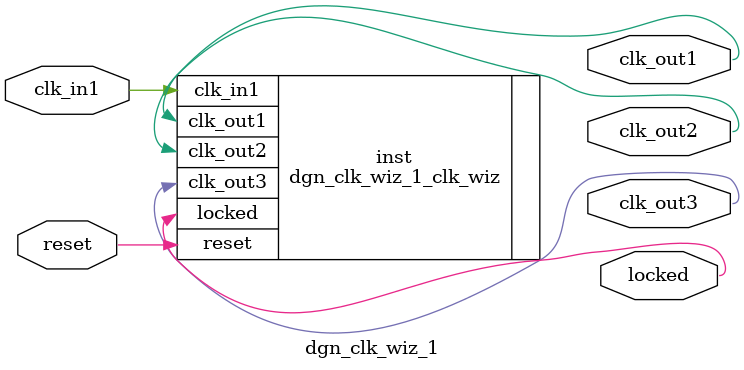
<source format=v>


`timescale 1ps/1ps

(* CORE_GENERATION_INFO = "dgn_clk_wiz_1,clk_wiz_v6_0_4_0_0,{component_name=dgn_clk_wiz_1,use_phase_alignment=true,use_min_o_jitter=false,use_max_i_jitter=false,use_dyn_phase_shift=false,use_inclk_switchover=false,use_dyn_reconfig=false,enable_axi=0,feedback_source=FDBK_AUTO,PRIMITIVE=MMCM,num_out_clk=3,clkin1_period=8.000,clkin2_period=10.000,use_power_down=false,use_reset=true,use_locked=true,use_inclk_stopped=false,feedback_type=SINGLE,CLOCK_MGR_TYPE=NA,manual_override=false}" *)

module dgn_clk_wiz_1 
 (
  // Clock out ports
  output        clk_out1,
  output        clk_out2,
  output        clk_out3,
  // Status and control signals
  input         reset,
  output        locked,
 // Clock in ports
  input         clk_in1
 );

  dgn_clk_wiz_1_clk_wiz inst
  (
  // Clock out ports  
  .clk_out1(clk_out1),
  .clk_out2(clk_out2),
  .clk_out3(clk_out3),
  // Status and control signals               
  .reset(reset), 
  .locked(locked),
 // Clock in ports
  .clk_in1(clk_in1)
  );

endmodule

</source>
